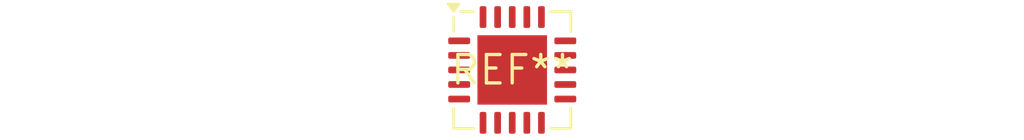
<source format=kicad_pcb>
(kicad_pcb (version 20240108) (generator pcbnew)
  (layers (0 "F.Cu" signal) (31 "B.Cu" signal) (34 "B.Paste" user) (35 "F.Paste" user) (36 "B.SilkS" user "B.Silkscreen") (37 "F.SilkS" user "F.Silkscreen") (38 "B.Mask" user) (39 "F.Mask" user) (44 "Edge.Cuts" user))
  (net 0 "")
  (footprint "TQFN-20-1EP_5x5mm_P0.65mm_EP3.1x3.1mm" (layer "F.Cu") (at 0 0)
    (property "Reference" "REF**")
    (property "Value" "TQFN-20-1EP_5x5mm_P0.65mm_EP3.1x3.1mm")
    (fp_line (start -2.61 -1.71) (end -2.61 -2.37) (layer "F.SilkS") (stroke (width 0.12)))
    (fp_line (start -2.61 2.61) (end -2.61 1.71) (layer "F.SilkS") (stroke (width 0.12)))
    (fp_line (start -1.71 -2.61) (end -2.31 -2.61) (layer "F.SilkS") (stroke (width 0.12)))
    (fp_line (start -1.71 2.61) (end -2.61 2.61) (layer "F.SilkS") (stroke (width 0.12)))
    (fp_line (start 1.71 -2.61) (end 2.61 -2.61) (layer "F.SilkS") (stroke (width 0.12)))
    (fp_line (start 1.71 2.61) (end 2.61 2.61) (layer "F.SilkS") (stroke (width 0.12)))
    (fp_line (start 2.61 -2.61) (end 2.61 -1.71) (layer "F.SilkS") (stroke (width 0.12)))
    (fp_line (start 2.61 2.61) (end 2.61 1.71) (layer "F.SilkS") (stroke (width 0.12)))
    (fp_poly (pts (xy -2.61 -2.61) (xy -2.85 -2.94) (xy -2.37 -2.94) (xy -2.61 -2.61)) (layer "F.SilkS") (stroke (width 0.12)) (fill solid))
    (pad "1" smd roundrect (at -2.3625 -1.3) (size 0.975 0.3) (layers "F.Cu" "F.Paste" "F.Mask"))
    (pad "2" smd roundrect (at -2.3625 -0.65) (size 0.975 0.3) (layers "F.Cu" "F.Paste" "F.Mask"))
    (pad "3" smd roundrect (at -2.3625 0) (size 0.975 0.3) (layers "F.Cu" "F.Paste" "F.Mask"))
    (pad "4" smd roundrect (at -2.3625 0.65) (size 0.975 0.3) (layers "F.Cu" "F.Paste" "F.Mask"))
    (pad "5" smd roundrect (at -2.3625 1.3) (size 0.975 0.3) (layers "F.Cu" "F.Paste" "F.Mask"))
    (pad "6" smd roundrect (at -1.3 2.3625) (size 0.3 0.975) (layers "F.Cu" "F.Paste" "F.Mask"))
    (pad "7" smd roundrect (at -0.65 2.3625) (size 0.3 0.975) (layers "F.Cu" "F.Paste" "F.Mask"))
    (pad "8" smd roundrect (at 0 2.3625) (size 0.3 0.975) (layers "F.Cu" "F.Paste" "F.Mask"))
    (pad "9" smd roundrect (at 0.65 2.3625) (size 0.3 0.975) (layers "F.Cu" "F.Paste" "F.Mask"))
    (pad "10" smd roundrect (at 1.3 2.3625) (size 0.3 0.975) (layers "F.Cu" "F.Paste" "F.Mask"))
    (pad "11" smd roundrect (at 2.3625 1.3) (size 0.975 0.3) (layers "F.Cu" "F.Paste" "F.Mask"))
    (pad "12" smd roundrect (at 2.3625 0.65) (size 0.975 0.3) (layers "F.Cu" "F.Paste" "F.Mask"))
    (pad "13" smd roundrect (at 2.3625 0) (size 0.975 0.3) (layers "F.Cu" "F.Paste" "F.Mask"))
    (pad "14" smd roundrect (at 2.3625 -0.65) (size 0.975 0.3) (layers "F.Cu" "F.Paste" "F.Mask"))
    (pad "15" smd roundrect (at 2.3625 -1.3) (size 0.975 0.3) (layers "F.Cu" "F.Paste" "F.Mask"))
    (pad "16" smd roundrect (at 1.3 -2.3625) (size 0.3 0.975) (layers "F.Cu" "F.Paste" "F.Mask"))
    (pad "17" smd roundrect (at 0.65 -2.3625) (size 0.3 0.975) (layers "F.Cu" "F.Paste" "F.Mask"))
    (pad "18" smd roundrect (at 0 -2.3625) (size 0.3 0.975) (layers "F.Cu" "F.Paste" "F.Mask"))
    (pad "19" smd roundrect (at -0.65 -2.3625) (size 0.3 0.975) (layers "F.Cu" "F.Paste" "F.Mask"))
    (pad "20" smd roundrect (at -1.3 -2.3625) (size 0.3 0.975) (layers "F.Cu" "F.Paste" "F.Mask"))
    (pad "21" smd rect (at 0 0) (size 3.1 3.1) (property pad_prop_heatsink) (layers "F.Cu" "F.Mask"))
  )
)
</source>
